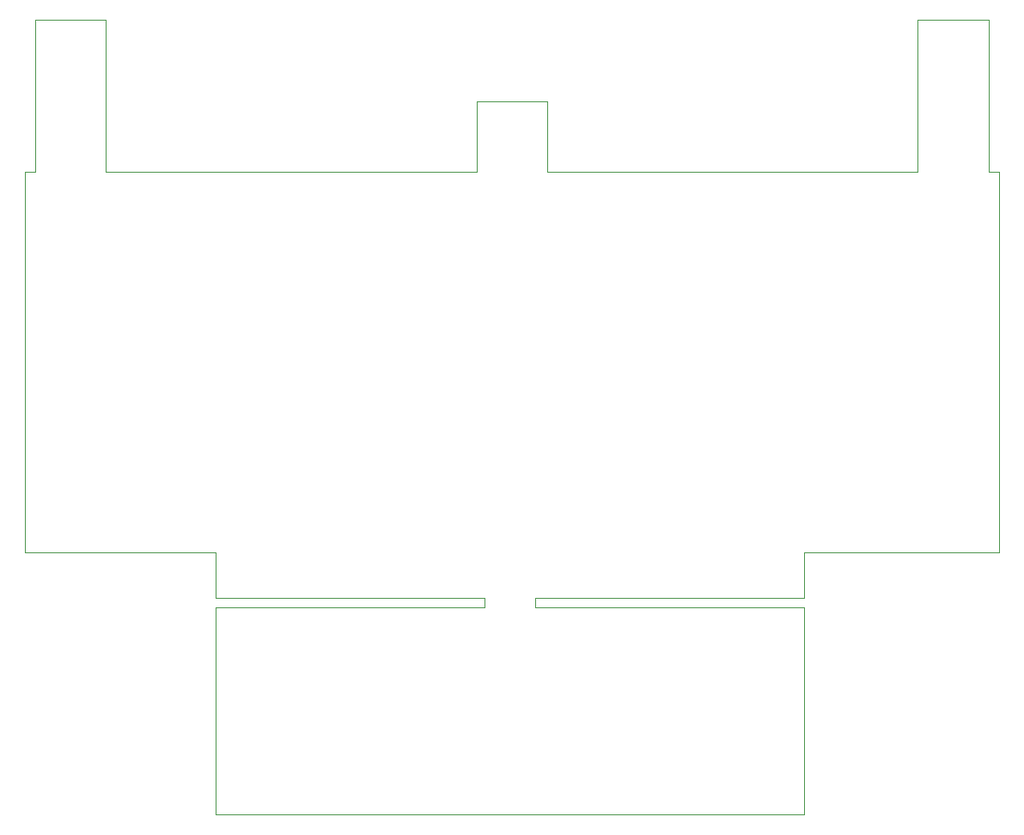
<source format=gm1>
G04 #@! TF.FileFunction,Profile,NP*
%FSLAX46Y46*%
G04 Gerber Fmt 4.6, Leading zero omitted, Abs format (unit mm)*
G04 Created by KiCad (PCBNEW 4.0.7) date 11/25/18 15:18:33*
%MOMM*%
%LPD*%
G01*
G04 APERTURE LIST*
%ADD10C,0.100000*%
G04 APERTURE END LIST*
D10*
X51540916Y63004441D02*
X88040916Y63004441D01*
X88040916Y63004441D02*
X88040916Y78004441D01*
X40916Y63004441D02*
X1040916Y63004441D01*
X50317400Y20081240D02*
X50317473Y21080131D01*
X8040916Y78004441D02*
X8040916Y63004441D01*
X44540916Y70004441D02*
X51540916Y70004441D01*
X50317473Y20083891D02*
X76793969Y20083891D01*
X40916Y25504441D02*
X18840977Y25504441D01*
X96040916Y25504441D02*
X76793969Y25504441D01*
X88040916Y78004441D02*
X95040916Y78004441D01*
X18840977Y21080131D02*
X18840977Y25504441D01*
X95040916Y78004441D02*
X95040916Y63004441D01*
X18840977Y20083891D02*
X45317473Y20083891D01*
X18840977Y-316109D02*
X18840977Y20083891D01*
X45317473Y21080131D02*
X18840977Y21080131D01*
X40916Y25504441D02*
X40916Y63004441D01*
X1040916Y63004441D02*
X1040916Y78004441D01*
X95040916Y63004441D02*
X96040916Y63004441D01*
X45313600Y20086320D02*
X45317473Y21080131D01*
X44540916Y63004441D02*
X44540916Y70004441D01*
X18840977Y-316109D02*
X76793969Y-316109D01*
X51540916Y63004441D02*
X51540916Y70004441D01*
X76793969Y25504441D02*
X76793969Y21080131D01*
X8040916Y63004441D02*
X44540916Y63004441D01*
X96040916Y63004441D02*
X96040916Y25504441D01*
X76793969Y-316109D02*
X76793969Y20083891D01*
X1040916Y78004441D02*
X8040916Y78004441D01*
X76793969Y21080131D02*
X50317473Y21080131D01*
M02*

</source>
